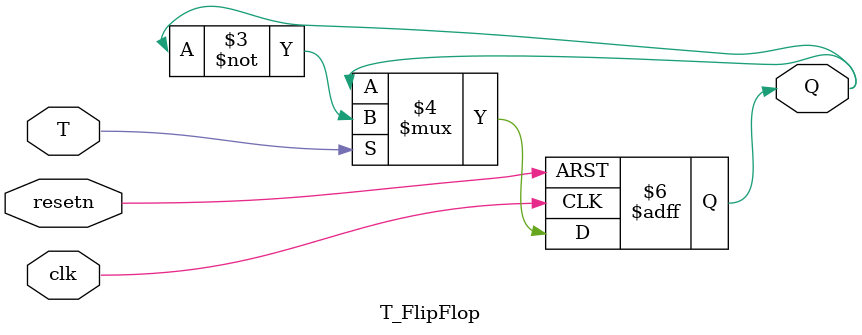
<source format=v>
module T_FlipFlop(
          // - - - - - - - - - - - - - - - - - - - - - - - - - - - - - - - - - - - - - - - - - - - - - - - - - - - -
          // CLOCK and RESET
          // - - - - - - - - - - - - - - - - - - - - - - - - - - - - - - - - - - - - - - - - - - - - - - - - - - - -
           input      clk,
           input      resetn,
          // - - - - - - - - - - - - - - - - - - - - - - - - - - - - - - - - - - - - - - - - - - - - - - - - - - - -
          // INPUT (TOGGLE CONTROL)
          // - - - - - - - - - - - - - - - - - - - - - - - - - - - - - - - - - - - - - - - - - - - - - - - - - - - -
           input      T,
          // - - - - - - - - - - - - - - - - - - - - - - - - - - - - - - - - - - - - - - - - - - - - - - - - - - - -
          // OUTPUT
          // - - - - - - - - - - - - - - - - - - - - - - - - - - - - - - - - - - - - - - - - - - - - - - - - - - - -
           output reg Q
          );
   
   always@(posedge clk or negedge resetn) begin
      if(resetn == 0)
        Q <= 0;
      // - - - - - - - - - - - - - - - - - - - - - - - - - - - - - - - - - - - - - - - - - - - - - - - - - - - -
      // Toggle state only when allowed to and when T is high.
      // Otherwise, keep the current state.
      // - - - - - - - - - - - - - - - - - - - - - - - - - - - - - - - - - - - - - - - - - - - - - - - - - - - -
      else if(T)
          Q <= ~Q;
   end

endmodule // T_FlipFlop

</source>
